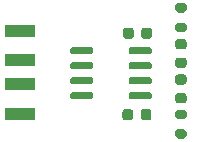
<source format=gtp>
%TF.GenerationSoftware,KiCad,Pcbnew,(5.1.10)-1*%
%TF.CreationDate,2021-07-14T15:21:13+08:00*%
%TF.ProjectId,usb-ttl,7573622d-7474-46c2-9e6b-696361645f70,rev?*%
%TF.SameCoordinates,Original*%
%TF.FileFunction,Paste,Top*%
%TF.FilePolarity,Positive*%
%FSLAX46Y46*%
G04 Gerber Fmt 4.6, Leading zero omitted, Abs format (unit mm)*
G04 Created by KiCad (PCBNEW (5.1.10)-1) date 2021-07-14 15:21:13*
%MOMM*%
%LPD*%
G01*
G04 APERTURE LIST*
%ADD10R,2.500000X1.100000*%
G04 APERTURE END LIST*
%TO.C,U1*%
G36*
G01*
X115675000Y-119350000D02*
X115675000Y-119050000D01*
G75*
G02*
X115825000Y-118900000I150000J0D01*
G01*
X117475000Y-118900000D01*
G75*
G02*
X117625000Y-119050000I0J-150000D01*
G01*
X117625000Y-119350000D01*
G75*
G02*
X117475000Y-119500000I-150000J0D01*
G01*
X115825000Y-119500000D01*
G75*
G02*
X115675000Y-119350000I0J150000D01*
G01*
G37*
G36*
G01*
X115675000Y-120620000D02*
X115675000Y-120320000D01*
G75*
G02*
X115825000Y-120170000I150000J0D01*
G01*
X117475000Y-120170000D01*
G75*
G02*
X117625000Y-120320000I0J-150000D01*
G01*
X117625000Y-120620000D01*
G75*
G02*
X117475000Y-120770000I-150000J0D01*
G01*
X115825000Y-120770000D01*
G75*
G02*
X115675000Y-120620000I0J150000D01*
G01*
G37*
G36*
G01*
X115675000Y-121890000D02*
X115675000Y-121590000D01*
G75*
G02*
X115825000Y-121440000I150000J0D01*
G01*
X117475000Y-121440000D01*
G75*
G02*
X117625000Y-121590000I0J-150000D01*
G01*
X117625000Y-121890000D01*
G75*
G02*
X117475000Y-122040000I-150000J0D01*
G01*
X115825000Y-122040000D01*
G75*
G02*
X115675000Y-121890000I0J150000D01*
G01*
G37*
G36*
G01*
X115675000Y-123160000D02*
X115675000Y-122860000D01*
G75*
G02*
X115825000Y-122710000I150000J0D01*
G01*
X117475000Y-122710000D01*
G75*
G02*
X117625000Y-122860000I0J-150000D01*
G01*
X117625000Y-123160000D01*
G75*
G02*
X117475000Y-123310000I-150000J0D01*
G01*
X115825000Y-123310000D01*
G75*
G02*
X115675000Y-123160000I0J150000D01*
G01*
G37*
G36*
G01*
X110725000Y-123160000D02*
X110725000Y-122860000D01*
G75*
G02*
X110875000Y-122710000I150000J0D01*
G01*
X112525000Y-122710000D01*
G75*
G02*
X112675000Y-122860000I0J-150000D01*
G01*
X112675000Y-123160000D01*
G75*
G02*
X112525000Y-123310000I-150000J0D01*
G01*
X110875000Y-123310000D01*
G75*
G02*
X110725000Y-123160000I0J150000D01*
G01*
G37*
G36*
G01*
X110725000Y-121890000D02*
X110725000Y-121590000D01*
G75*
G02*
X110875000Y-121440000I150000J0D01*
G01*
X112525000Y-121440000D01*
G75*
G02*
X112675000Y-121590000I0J-150000D01*
G01*
X112675000Y-121890000D01*
G75*
G02*
X112525000Y-122040000I-150000J0D01*
G01*
X110875000Y-122040000D01*
G75*
G02*
X110725000Y-121890000I0J150000D01*
G01*
G37*
G36*
G01*
X110725000Y-120620000D02*
X110725000Y-120320000D01*
G75*
G02*
X110875000Y-120170000I150000J0D01*
G01*
X112525000Y-120170000D01*
G75*
G02*
X112675000Y-120320000I0J-150000D01*
G01*
X112675000Y-120620000D01*
G75*
G02*
X112525000Y-120770000I-150000J0D01*
G01*
X110875000Y-120770000D01*
G75*
G02*
X110725000Y-120620000I0J150000D01*
G01*
G37*
G36*
G01*
X110725000Y-119350000D02*
X110725000Y-119050000D01*
G75*
G02*
X110875000Y-118900000I150000J0D01*
G01*
X112525000Y-118900000D01*
G75*
G02*
X112675000Y-119050000I0J-150000D01*
G01*
X112675000Y-119350000D01*
G75*
G02*
X112525000Y-119500000I-150000J0D01*
G01*
X110875000Y-119500000D01*
G75*
G02*
X110725000Y-119350000I0J150000D01*
G01*
G37*
%TD*%
%TO.C,R2*%
G36*
G01*
X119825000Y-116800000D02*
X120375000Y-116800000D01*
G75*
G02*
X120575000Y-117000000I0J-200000D01*
G01*
X120575000Y-117400000D01*
G75*
G02*
X120375000Y-117600000I-200000J0D01*
G01*
X119825000Y-117600000D01*
G75*
G02*
X119625000Y-117400000I0J200000D01*
G01*
X119625000Y-117000000D01*
G75*
G02*
X119825000Y-116800000I200000J0D01*
G01*
G37*
G36*
G01*
X119825000Y-115150000D02*
X120375000Y-115150000D01*
G75*
G02*
X120575000Y-115350000I0J-200000D01*
G01*
X120575000Y-115750000D01*
G75*
G02*
X120375000Y-115950000I-200000J0D01*
G01*
X119825000Y-115950000D01*
G75*
G02*
X119625000Y-115750000I0J200000D01*
G01*
X119625000Y-115350000D01*
G75*
G02*
X119825000Y-115150000I200000J0D01*
G01*
G37*
%TD*%
%TO.C,R1*%
G36*
G01*
X120375000Y-124975000D02*
X119825000Y-124975000D01*
G75*
G02*
X119625000Y-124775000I0J200000D01*
G01*
X119625000Y-124375000D01*
G75*
G02*
X119825000Y-124175000I200000J0D01*
G01*
X120375000Y-124175000D01*
G75*
G02*
X120575000Y-124375000I0J-200000D01*
G01*
X120575000Y-124775000D01*
G75*
G02*
X120375000Y-124975000I-200000J0D01*
G01*
G37*
G36*
G01*
X120375000Y-126625000D02*
X119825000Y-126625000D01*
G75*
G02*
X119625000Y-126425000I0J200000D01*
G01*
X119625000Y-126025000D01*
G75*
G02*
X119825000Y-125825000I200000J0D01*
G01*
X120375000Y-125825000D01*
G75*
G02*
X120575000Y-126025000I0J-200000D01*
G01*
X120575000Y-126425000D01*
G75*
G02*
X120375000Y-126625000I-200000J0D01*
G01*
G37*
%TD*%
D10*
%TO.C,J1*%
X106450000Y-117500000D03*
X106450000Y-124500000D03*
X106450000Y-120000000D03*
X106450000Y-122000000D03*
%TD*%
%TO.C,D2*%
G36*
G01*
X120356250Y-119062500D02*
X119843750Y-119062500D01*
G75*
G02*
X119625000Y-118843750I0J218750D01*
G01*
X119625000Y-118406250D01*
G75*
G02*
X119843750Y-118187500I218750J0D01*
G01*
X120356250Y-118187500D01*
G75*
G02*
X120575000Y-118406250I0J-218750D01*
G01*
X120575000Y-118843750D01*
G75*
G02*
X120356250Y-119062500I-218750J0D01*
G01*
G37*
G36*
G01*
X120356250Y-120637500D02*
X119843750Y-120637500D01*
G75*
G02*
X119625000Y-120418750I0J218750D01*
G01*
X119625000Y-119981250D01*
G75*
G02*
X119843750Y-119762500I218750J0D01*
G01*
X120356250Y-119762500D01*
G75*
G02*
X120575000Y-119981250I0J-218750D01*
G01*
X120575000Y-120418750D01*
G75*
G02*
X120356250Y-120637500I-218750J0D01*
G01*
G37*
%TD*%
%TO.C,D1*%
G36*
G01*
X119843750Y-122762500D02*
X120356250Y-122762500D01*
G75*
G02*
X120575000Y-122981250I0J-218750D01*
G01*
X120575000Y-123418750D01*
G75*
G02*
X120356250Y-123637500I-218750J0D01*
G01*
X119843750Y-123637500D01*
G75*
G02*
X119625000Y-123418750I0J218750D01*
G01*
X119625000Y-122981250D01*
G75*
G02*
X119843750Y-122762500I218750J0D01*
G01*
G37*
G36*
G01*
X119843750Y-121187500D02*
X120356250Y-121187500D01*
G75*
G02*
X120575000Y-121406250I0J-218750D01*
G01*
X120575000Y-121843750D01*
G75*
G02*
X120356250Y-122062500I-218750J0D01*
G01*
X119843750Y-122062500D01*
G75*
G02*
X119625000Y-121843750I0J218750D01*
G01*
X119625000Y-121406250D01*
G75*
G02*
X119843750Y-121187500I218750J0D01*
G01*
G37*
%TD*%
%TO.C,C2*%
G36*
G01*
X116100000Y-117450000D02*
X116100000Y-117950000D01*
G75*
G02*
X115875000Y-118175000I-225000J0D01*
G01*
X115425000Y-118175000D01*
G75*
G02*
X115200000Y-117950000I0J225000D01*
G01*
X115200000Y-117450000D01*
G75*
G02*
X115425000Y-117225000I225000J0D01*
G01*
X115875000Y-117225000D01*
G75*
G02*
X116100000Y-117450000I0J-225000D01*
G01*
G37*
G36*
G01*
X117650000Y-117450000D02*
X117650000Y-117950000D01*
G75*
G02*
X117425000Y-118175000I-225000J0D01*
G01*
X116975000Y-118175000D01*
G75*
G02*
X116750000Y-117950000I0J225000D01*
G01*
X116750000Y-117450000D01*
G75*
G02*
X116975000Y-117225000I225000J0D01*
G01*
X117425000Y-117225000D01*
G75*
G02*
X117650000Y-117450000I0J-225000D01*
G01*
G37*
%TD*%
%TO.C,C1*%
G36*
G01*
X116050000Y-124350000D02*
X116050000Y-124850000D01*
G75*
G02*
X115825000Y-125075000I-225000J0D01*
G01*
X115375000Y-125075000D01*
G75*
G02*
X115150000Y-124850000I0J225000D01*
G01*
X115150000Y-124350000D01*
G75*
G02*
X115375000Y-124125000I225000J0D01*
G01*
X115825000Y-124125000D01*
G75*
G02*
X116050000Y-124350000I0J-225000D01*
G01*
G37*
G36*
G01*
X117600000Y-124350000D02*
X117600000Y-124850000D01*
G75*
G02*
X117375000Y-125075000I-225000J0D01*
G01*
X116925000Y-125075000D01*
G75*
G02*
X116700000Y-124850000I0J225000D01*
G01*
X116700000Y-124350000D01*
G75*
G02*
X116925000Y-124125000I225000J0D01*
G01*
X117375000Y-124125000D01*
G75*
G02*
X117600000Y-124350000I0J-225000D01*
G01*
G37*
%TD*%
M02*

</source>
